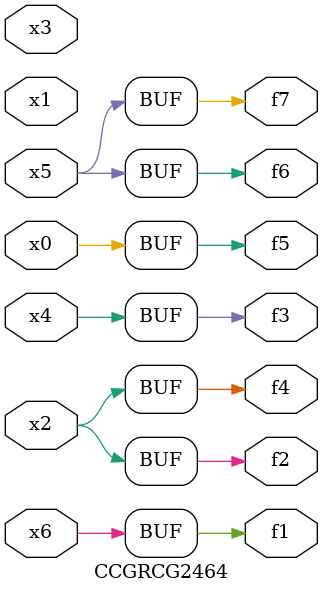
<source format=v>
module CCGRCG2464(
	input x0, x1, x2, x3, x4, x5, x6,
	output f1, f2, f3, f4, f5, f6, f7
);
	assign f1 = x6;
	assign f2 = x2;
	assign f3 = x4;
	assign f4 = x2;
	assign f5 = x0;
	assign f6 = x5;
	assign f7 = x5;
endmodule

</source>
